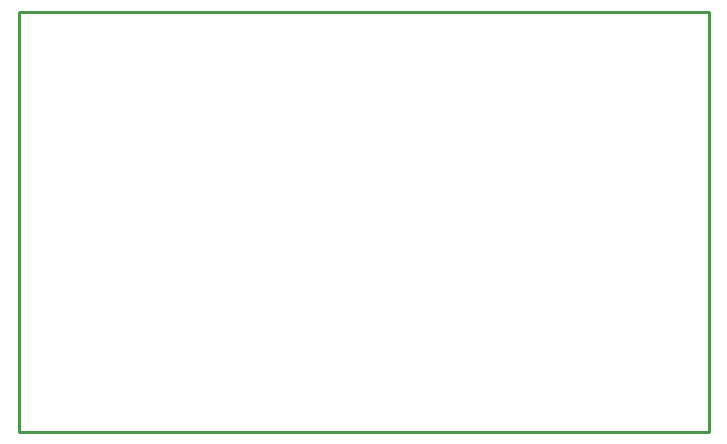
<source format=gbr>
G04 #@! TF.FileFunction,Paste,Bot*
%FSLAX46Y46*%
G04 Gerber Fmt 4.6, Leading zero omitted, Abs format (unit mm)*
G04 Created by KiCad (PCBNEW 4.1.0-alpha+201607160317+6981~46~ubuntu14.04.1-product) date Mon Jul 18 13:23:00 2016*
%MOMM*%
%LPD*%
G01*
G04 APERTURE LIST*
%ADD10C,0.100000*%
%ADD11C,0.254000*%
G04 APERTURE END LIST*
D10*
D11*
X127000000Y-91440000D02*
X127000000Y-127000000D01*
X185420000Y-91440000D02*
X127000000Y-91440000D01*
X185420000Y-127000000D02*
X185420000Y-91440000D01*
X127000000Y-127000000D02*
X185420000Y-127000000D01*
M02*

</source>
